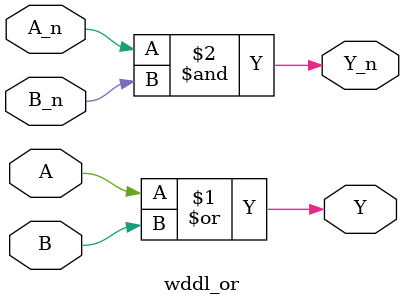
<source format=v>
module wddl_or ( A, A_n, B, B_n, Y, Y_n );
    input A, A_n;
    input B, B_n;
    output Y, Y_n;

    assign Y = A | B;
    assign Y_n = A_n & B_n;
endmodule


</source>
